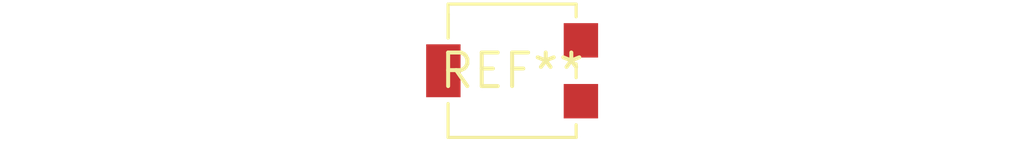
<source format=kicad_pcb>
(kicad_pcb (version 20240108) (generator pcbnew)
  (layers (0 "F.Cu" signal) (31 "B.Cu" signal) (34 "B.Paste" user) (35 "F.Paste" user) (36 "B.SilkS" user "B.Silkscreen") (37 "F.SilkS" user "F.Silkscreen") (38 "B.Mask" user) (39 "F.Mask" user) (44 "Edge.Cuts" user))
  (net 0 "")
  (footprint "Potentiometer_Bourns_3224G_Horizontal" (layer "F.Cu") (at 0 0)
    (property "Reference" "REF**")
    (property "Value" "Potentiometer_Bourns_3224G_Horizontal")
    (fp_line (start -2.42 -2.52) (end -2.42 -1.24) (layer "F.SilkS") (stroke (width 0.12)))
    (fp_line (start -2.42 -2.52) (end 2.42 -2.52) (layer "F.SilkS") (stroke (width 0.12)))
    (fp_line (start -2.42 -2.14) (end -2.42 -2.14) (layer "F.SilkS") (stroke (width 0.12)))
    (fp_line (start -2.42 -2.14) (end -2.42 -1.24) (layer "F.SilkS") (stroke (width 0.12)))
    (fp_line (start -2.42 -2.14) (end -2.42 -1.24) (layer "F.SilkS") (stroke (width 0.12)))
    (fp_line (start -2.42 1.24) (end -2.42 2.52) (layer "F.SilkS") (stroke (width 0.12)))
    (fp_line (start -2.42 2.52) (end 2.42 2.52) (layer "F.SilkS") (stroke (width 0.12)))
    (fp_line (start 2.42 -2.52) (end 2.42 -2.04) (layer "F.SilkS") (stroke (width 0.12)))
    (fp_line (start 2.42 -0.26) (end 2.42 0.26) (layer "F.SilkS") (stroke (width 0.12)))
    (fp_line (start 2.42 2.04) (end 2.42 2.52) (layer "F.SilkS") (stroke (width 0.12)))
    (pad "1" smd rect (at 2.6 -1.15) (size 1.3 1.3) (layers "F.Cu" "F.Paste" "F.Mask"))
    (pad "2" smd rect (at -2.6 0) (size 1.3 2) (layers "F.Cu" "F.Paste" "F.Mask"))
    (pad "3" smd rect (at 2.6 1.15) (size 1.3 1.3) (layers "F.Cu" "F.Paste" "F.Mask"))
  )
)
</source>
